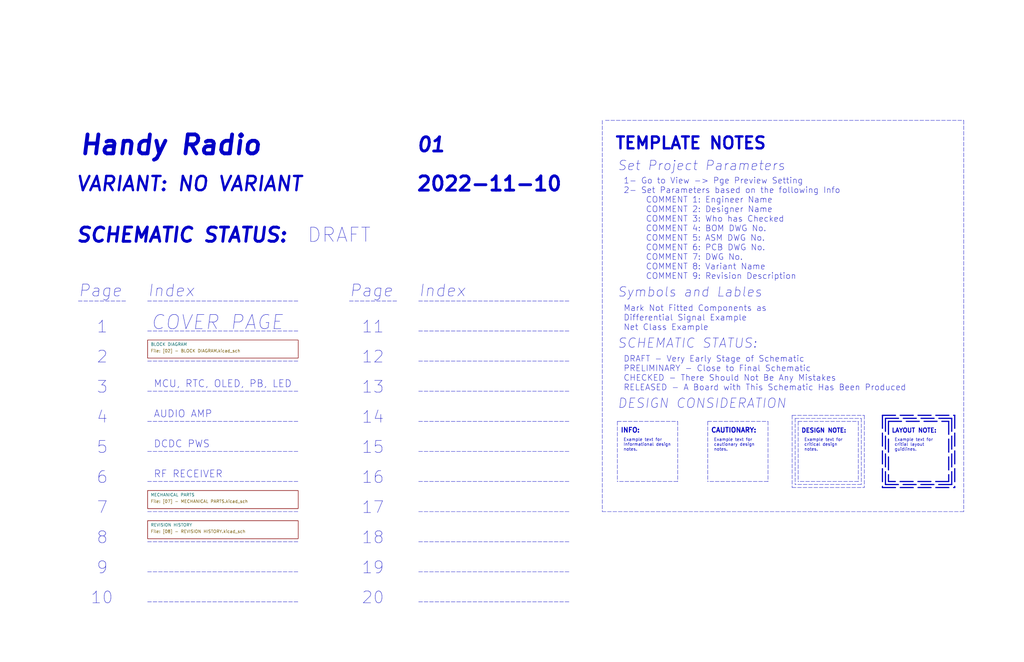
<source format=kicad_sch>
(kicad_sch (version 20211123) (generator eeschema)
  (paper "B")
  (title_block (title "Handy Radio") (date "2022-11-10") (rev "01") (company "Siavash Taher Parvar") (comment 1 "Siavash Taher Parvar") (comment 2 "Siavash Taher Parvar") (comment 3 "Siavash Taher Parvar") (comment 4 "N/A") (comment 5 "N/A") (comment 6 "N/A") (comment 8 "NO VARIANT") (comment 9 "N/A"))
  (lib_symbols)
  (polyline (pts (xy 323.85 177.8) (xy 323.85 203.2)))
  (polyline (pts (xy 176.53 241.3) (xy 240.03 241.3)))
  (polyline (pts (xy 361.95 203.2) (xy 336.55 203.2)))
  (polyline (pts (xy 363.22 204.47) (xy 335.28 204.47)))
  (polyline (pts (xy 62.23 190.5) (xy 125.73 190.5)))
  (polyline (pts (xy 372.11 175.26) (xy 402.59 175.26)) (stroke (width 0.5)))
  (polyline (pts (xy 406.4 50.8) (xy 406.4 215.9)))
  (polyline (pts (xy 62.23 152.4) (xy 125.73 152.4)))
  (polyline (pts (xy 373.38 176.53) (xy 401.32 176.53)) (stroke (width 0.5)))
  (polyline (pts (xy 323.85 203.2) (xy 298.45 203.2)))
  (polyline (pts (xy 254 50.8) (xy 254 215.9)))
  (polyline (pts (xy 334.01 175.26) (xy 364.49 175.26)))
  (polyline (pts (xy 62.23 215.9) (xy 125.73 215.9)))
  (polyline (pts (xy 400.05 203.2) (xy 374.65 203.2)) (stroke (width 0.5)))
  (polyline (pts (xy 298.45 177.8) (xy 298.45 203.2)))
  (polyline (pts (xy 400.05 177.8) (xy 400.05 203.2)) (stroke (width 0.5)))
  (polyline (pts (xy 62.23 177.8) (xy 125.73 177.8)))
  (polyline (pts (xy 363.22 176.53) (xy 363.22 204.47)))
  (polyline (pts (xy 147.32 127) (xy 167.64 127)))
  (polyline (pts (xy 374.65 177.8) (xy 400.05 177.8)) (stroke (width 0.5)))
  (polyline (pts (xy 62.23 254) (xy 125.73 254)))
  (polyline (pts (xy 62.23 228.6) (xy 125.73 228.6)))
  (polyline (pts (xy 401.32 176.53) (xy 401.32 204.47)) (stroke (width 0.5)))
  (polyline (pts (xy 255.27 50.8) (xy 406.4 50.8)))
  (polyline (pts (xy 298.45 177.8) (xy 323.85 177.8)))
  (polyline (pts (xy 373.38 176.53) (xy 373.38 204.47)) (stroke (width 0.5)))
  (polyline (pts (xy 334.01 175.26) (xy 334.01 205.74)))
  (polyline (pts (xy 372.11 175.26) (xy 372.11 205.74)) (stroke (width 0.5)))
  (polyline (pts (xy 33.02 127) (xy 53.34 127)))
  (polyline (pts (xy 335.28 176.53) (xy 335.28 204.47)))
  (polyline (pts (xy 62.23 241.3) (xy 125.73 241.3)))
  (polyline (pts (xy 176.53 152.4) (xy 240.03 152.4)))
  (polyline (pts (xy 62.23 203.2) (xy 125.73 203.2)))
  (polyline (pts (xy 176.53 215.9) (xy 240.03 215.9)))
  (polyline (pts (xy 285.75 177.8) (xy 285.75 203.2)))
  (polyline (pts (xy 334.01 205.74) (xy 364.49 205.74)))
  (polyline (pts (xy 176.53 203.2) (xy 240.03 203.2)))
  (polyline (pts (xy 176.53 127) (xy 240.03 127)))
  (polyline (pts (xy 176.53 177.8) (xy 240.03 177.8)))
  (polyline (pts (xy 364.49 175.26) (xy 364.49 205.74)))
  (polyline (pts (xy 260.35 177.8) (xy 285.75 177.8)))
  (polyline (pts (xy 176.53 139.7) (xy 240.03 139.7)))
  (polyline (pts (xy 374.65 177.8) (xy 374.65 203.2)) (stroke (width 0.5)))
  (polyline (pts (xy 176.53 165.1) (xy 240.03 165.1)))
  (polyline (pts (xy 176.53 254) (xy 240.03 254)))
  (polyline (pts (xy 62.23 127) (xy 125.73 127)))
  (polyline (pts (xy 260.35 177.8) (xy 260.35 203.2)))
  (polyline (pts (xy 336.55 177.8) (xy 336.55 203.2)))
  (polyline (pts (xy 361.95 177.8) (xy 361.95 203.2)))
  (polyline (pts (xy 62.23 139.7) (xy 125.73 139.7)))
  (polyline (pts (xy 285.75 203.2) (xy 260.35 203.2)))
  (polyline (pts (xy 176.53 190.5) (xy 240.03 190.5)))
  (polyline (pts (xy 335.28 176.53) (xy 363.22 176.53)))
  (polyline (pts (xy 406.4 215.9) (xy 254 215.9)))
  (polyline (pts (xy 372.11 205.74) (xy 402.59 205.74)) (stroke (width 0.5)))
  (polyline (pts (xy 401.32 204.47) (xy 373.38 204.47)) (stroke (width 0.5)))
  (polyline (pts (xy 336.55 177.8) (xy 361.95 177.8)))
  (polyline (pts (xy 62.23 165.1) (xy 125.73 165.1)))
  (polyline (pts (xy 402.59 175.26) (xy 402.59 205.74)) (stroke (width 0.5)))
  (polyline (pts (xy 176.53 228.6) (xy 240.03 228.6)))
  (text "12" (at 152.4 153.67 0) (effects (font (size 5 5)) (justify left bottom)))
  (text "Page" (at 33.02 125.73 0) (effects (font (size 5 5) italic) (justify left bottom)))
  (text "Index" (at 62.23 125.73 0) (effects (font (size 5 5) italic) (justify left bottom)))
  (text "Example text for\nInformational design\nnotes." (at 262.89 190.5 0) (effects (font (size 1.27 1.27)) (justify left bottom)))
  (text "TEMPLATE NOTES" (at 259.08 63.5 0) (effects (font (size 5 5) bold) (justify left bottom)))
  (text "10" (at 38.1 255.27 0) (effects (font (size 5 5)) (justify left bottom)))
  (text "DRAFT" (at 129.54 102.87 0) (effects (font (size 6 6)) (justify left bottom)))
  (text "CAUTIONARY:" (at 299.72 182.88 0) (effects (font (size 2 2) bold) (justify left bottom)))
  (text "16" (at 152.4 204.47 0) (effects (font (size 5 5)) (justify left bottom)))
  (text "LAYOUT NOTE:" (at 375.92 182.88 0) (effects (font (size 1.8 1.8) bold) (justify left bottom)))
  (text "SCHEMATIC STATUS: " (at 31.75 102.87 0) (effects (font (size 6 6) (thickness 1.2) bold italic) (justify left bottom)))
  (text "1- Go to View -> Pge Preview Setting\n2- Set Parameters based on the following Info\n	COMMENT 1: Engineer Name\n	COMMENT 2: Designer Name\n	COMMENT 3: Who has Checked\n	COMMENT 4: BOM DWG No.\n	COMMENT 5: ASM DWG No.\n	COMMENT 6: PCB DWG No.\n	COMMENT 7: DWG No.\n	COMMENT 8: Variant Name\n	COMMENT 9: Revision Description " (at 262.89 118.11 0) (effects (font (size 2.5 2.5)) (justify left bottom)))
  (text "2\n" (at 40.64 153.67 0) (effects (font (size 5 5)) (justify left bottom)))
  (text "17" (at 152.4 217.17 0) (effects (font (size 5 5)) (justify left bottom)))
  (text "DCDC PWS" (at 64.77 189.23 0) (effects (font (size 3 3)) (justify left bottom)))
  (text "${REVISION}" (at 175.26 64.77 0) (effects (font (size 6 6) bold italic) (justify left bottom)))
  (text "Index" (at 176.53 125.73 0) (effects (font (size 5 5) italic) (justify left bottom)))
  (text "Example text for\ncautionary design\nnotes." (at 300.99 190.5 0) (effects (font (size 1.27 1.27)) (justify left bottom)))
  (text "18" (at 152.4 229.87 0) (effects (font (size 5 5)) (justify left bottom)))
  (text "INFO:" (at 261.62 182.88 0) (effects (font (size 2 2) (thickness 0.4) bold) (justify left bottom)))
  (text "DESIGN NOTE:" (at 337.82 182.88 0) (effects (font (size 1.8 1.8) bold) (justify left bottom)))
  (text "Example text for\ncritical design \nnotes." (at 339.09 190.5 0) (effects (font (size 1.27 1.27)) (justify left bottom)))
  (text "VARIANT: ${COMMENT8}" (at 31.75 81.28 0) (effects (font (size 6 6) (thickness 1) bold italic) (justify left bottom)))
  (text "Set Project Parameters" (at 260.35 72.39 0) (effects (font (size 4 4) italic) (justify left bottom)))
  (text "11" (at 152.4 140.97 0) (effects (font (size 5 5)) (justify left bottom)))
  (text "SCHEMATIC STATUS:" (at 260.35 147.32 0) (effects (font (size 4 4) italic) (justify left bottom)))
  (text "${ISSUE_DATE}" (at 175.26 81.28 0) (effects (font (size 6 6) bold) (justify left bottom)))
  (text "13" (at 152.4 166.37 0) (effects (font (size 5 5)) (justify left bottom)))
  (text "AUDIO AMP" (at 64.77 176.53 0) (effects (font (size 3 3)) (justify left bottom)))
  (text "9" (at 40.64 242.57 0) (effects (font (size 5 5)) (justify left bottom)))
  (text "7" (at 40.64 217.17 0) (effects (font (size 5 5)) (justify left bottom)))
  (text "DRAFT - Very Early Stage of Schematic\nPRELIMINARY - Close to Final Schematic\nCHECKED - There Should Not Be Any Mistakes\nRELEASED - A Board with This Schematic Has Been Produced" (at 262.89 165.1 0) (effects (font (size 2.5 2.5)) (justify left bottom)))
  (text "20" (at 152.4 255.27 0) (effects (font (size 5 5)) (justify left bottom)))
  (text "14" (at 152.4 179.07 0) (effects (font (size 5 5)) (justify left bottom)))
  (text "19" (at 152.4 242.57 0) (effects (font (size 5 5)) (justify left bottom)))
  (text "Example text for\ncritial layout\nguidlines." (at 377.19 190.5 0) (effects (font (size 1.27 1.27)) (justify left bottom)))
  (text "4" (at 40.64 179.07 0) (effects (font (size 5 5)) (justify left bottom)))
  (text "5" (at 40.64 191.77 0) (effects (font (size 5 5)) (justify left bottom)))
  (text "DESIGN CONSIDERATION" (at 260.35 172.72 0) (effects (font (size 4 4) italic) (justify left bottom)))
  (text "${TITLE}" (at 33.02 66.04 0) (effects (font (size 8 8) (thickness 1.6) bold italic) (justify left bottom)))
  (text "Page" (at 147.32 125.73 0) (effects (font (size 5 5) italic) (justify left bottom)))
  (text "3" (at 40.64 166.37 0) (effects (font (size 5 5)) (justify left bottom)))
  (text "6" (at 40.64 204.47 0) (effects (font (size 5 5)) (justify left bottom)))
  (text "MCU, RTC, OLED, PB, LED" (at 64.77 163.83 0) (effects (font (size 3 3)) (justify left bottom)))
  (text "1" (at 40.64 140.97 0) (effects (font (size 5 5)) (justify left bottom)))
  (text "Mark Not Fitted Components as\nDifferential Signal Example\nNet Class Example" (at 262.89 139.7 0) (effects (font (size 2.5 2.5)) (justify left bottom)))
  (text "COVER PAGE" (at 63.5 139.7 0) (effects (font (size 6 6) italic) (justify left bottom)))
  (text "15" (at 152.4 191.77 0) (effects (font (size 5 5)) (justify left bottom)))
  (text "Symbols and Lables" (at 260.35 125.73 0) (effects (font (size 4 4) italic) (justify left bottom)))
  (text "RF RECEIVER" (at 64.77 201.93 0) (effects (font (size 3 3)) (justify left bottom)))
  (text "8" (at 40.64 229.87 0) (effects (font (size 5 5)) (justify left bottom)))
  (sheet (at 62.23 207.01) (size 63.5 7.62) (stroke (width 0.1524))
    (property "Sheet name" "MECHANICAL PARTS" (at 63.5 209.55 0) (effects (justify left bottom)))
    (property "Sheet file" "[07] - MECHANICAL PARTS.kicad_sch" (at 63.5 210.82 0) (effects (justify left top)))
  )
  (sheet (at 62.23 219.71) (size 63.5 7.62) (stroke (width 0.1524))
    (property "Sheet name" "REVISION HISTORY" (at 63.5 222.25 0) (effects (justify left bottom)))
    (property "Sheet file" "[08] - REVISION HISTORY.kicad_sch" (at 63.5 223.52 0) (effects (justify left top)))
  )
  (sheet (at 62.23 143.51) (size 63.5 7.62) (stroke (width 0.1524))
    (property "Sheet name" "BLOCK DIAGRAM" (at 63.5 146.05 0) (effects (justify left bottom)))
    (property "Sheet file" "[02] - BLOCK DIAGRAM.kicad_sch" (at 63.5 147.32 0) (effects (justify left top)))
  )
)
</source>
